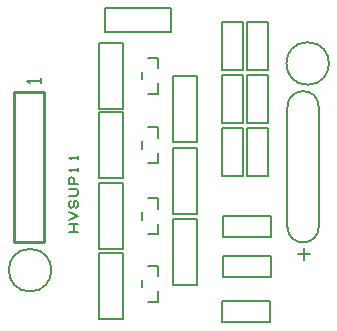
<source format=gbr>
G04 DesignSpark PCB Gerber Version 10.0 Build 5299*
G04 #@! TF.Part,Single*
G04 #@! TF.FileFunction,Legend,Top*
G04 #@! TF.FilePolarity,Positive*
%FSLAX35Y35*%
%MOIN*%
%ADD12C,0.00500*%
%ADD10C,0.00591*%
%ADD11C,0.00600*%
%ADD13C,0.01000*%
G04 #@! TD.AperFunction*
X0Y0D02*
D02*
D10*
X24050Y86163D02*
Y87639D01*
Y86901D02*
X19620D01*
X20359Y86163D01*
X36441Y36596D02*
X33488D01*
X34965D02*
Y39057D01*
X36441D02*
X33488D01*
Y40533D02*
X36441Y41764D01*
X33488Y42994D01*
X35703Y44470D02*
X36195Y44717D01*
X36441Y45209D01*
Y46193D01*
X36195Y46685D01*
X35703Y46931D01*
X35211Y46685D01*
X34965Y46193D01*
Y45209D01*
X34719Y44717D01*
X34226Y44470D01*
X33734Y44717D01*
X33488Y45209D01*
Y46193D01*
X33734Y46685D01*
X34226Y46931D01*
X33488Y48407D02*
X35703D01*
X36195Y48654D01*
X36441Y49146D01*
Y50130D01*
X36195Y50622D01*
X35703Y50868D01*
X33488D01*
X36441Y52344D02*
X33488D01*
Y54067D01*
X33734Y54559D01*
X34226Y54805D01*
X34719Y54559D01*
X34965Y54067D01*
Y52344D01*
X36441Y56774D02*
Y57758D01*
Y57266D02*
X33488D01*
X33980Y56774D01*
X36441Y60711D02*
Y61695D01*
Y61203D02*
X33488D01*
X33980Y60711D01*
X116680Y37945D02*
Y78177D01*
G75*
G03*
X106283I-5198J0D01*
G01*
Y38177D01*
G75*
G03*
X116689I5203J0D01*
G01*
D02*
D11*
X57657Y20564D02*
Y17983D01*
Y43005D02*
Y40424D01*
Y66627D02*
Y64046D01*
Y89855D02*
Y87275D01*
X59769Y13274D02*
X63157D01*
Y16814D01*
X59769Y25274D02*
X63157D01*
Y21733D01*
X59769Y35715D02*
X63157D01*
Y39255D01*
X59769Y47715D02*
X63157D01*
Y44174D01*
X59769Y59337D02*
X63157D01*
Y62877D01*
X59769Y71337D02*
X63157D01*
Y67796D01*
X59769Y82565D02*
X63157D01*
Y86105D01*
X59769Y94565D02*
X63157D01*
Y91025D01*
X111712Y27025D02*
Y30962D01*
X113681Y28993D02*
X109744D01*
D02*
D12*
X20483Y30815D02*
G75*
G03*
Y16641I0J-7087D01*
G01*
G75*
G03*
Y30815I0J7087D01*
G01*
X43415Y29486D02*
Y7486D01*
X51415D01*
Y29486D01*
X43415D01*
Y52715D02*
Y30715D01*
X51415D01*
Y52715D01*
X43415D01*
Y76337D02*
Y54337D01*
X51415D01*
Y76337D01*
X43415D01*
Y99565D02*
Y77565D01*
X51415D01*
Y99565D01*
X43415D01*
X45470Y103069D02*
X67470D01*
Y111069D01*
X45470D01*
Y103069D01*
X68219Y40904D02*
Y18904D01*
X76219D01*
Y40904D01*
X68219D01*
Y64526D02*
Y42526D01*
X76219D01*
Y64526D01*
X68219D01*
Y88541D02*
Y66541D01*
X76219D01*
Y88541D01*
X68219D01*
X84467Y70974D02*
Y54974D01*
X91467D01*
Y70974D01*
X84467D01*
Y88691D02*
Y72691D01*
X91467D01*
Y88691D01*
X84467D01*
Y106407D02*
Y90407D01*
X91467D01*
Y106407D01*
X84467D01*
X84691Y21285D02*
X100691D01*
Y28285D01*
X84691D01*
Y21285D01*
X92734Y70974D02*
Y54974D01*
X99734D01*
Y70974D01*
X92734D01*
Y88691D02*
Y72691D01*
X99734D01*
Y88691D01*
X92734D01*
Y106407D02*
Y90407D01*
X99734D01*
Y106407D01*
X92734D01*
X100531Y13325D02*
X84531D01*
Y6325D01*
X100531D01*
Y13325D01*
X100691Y41671D02*
X84691D01*
Y34671D01*
X100691D01*
Y41671D01*
X113003Y99712D02*
G75*
G03*
Y85539I0J-7087D01*
G01*
G75*
G03*
Y99712I0J7087D01*
G01*
D02*
D13*
X15250Y83171D02*
Y33171D01*
X25250D01*
Y83171D01*
X15250D01*
X0Y0D02*
M02*

</source>
